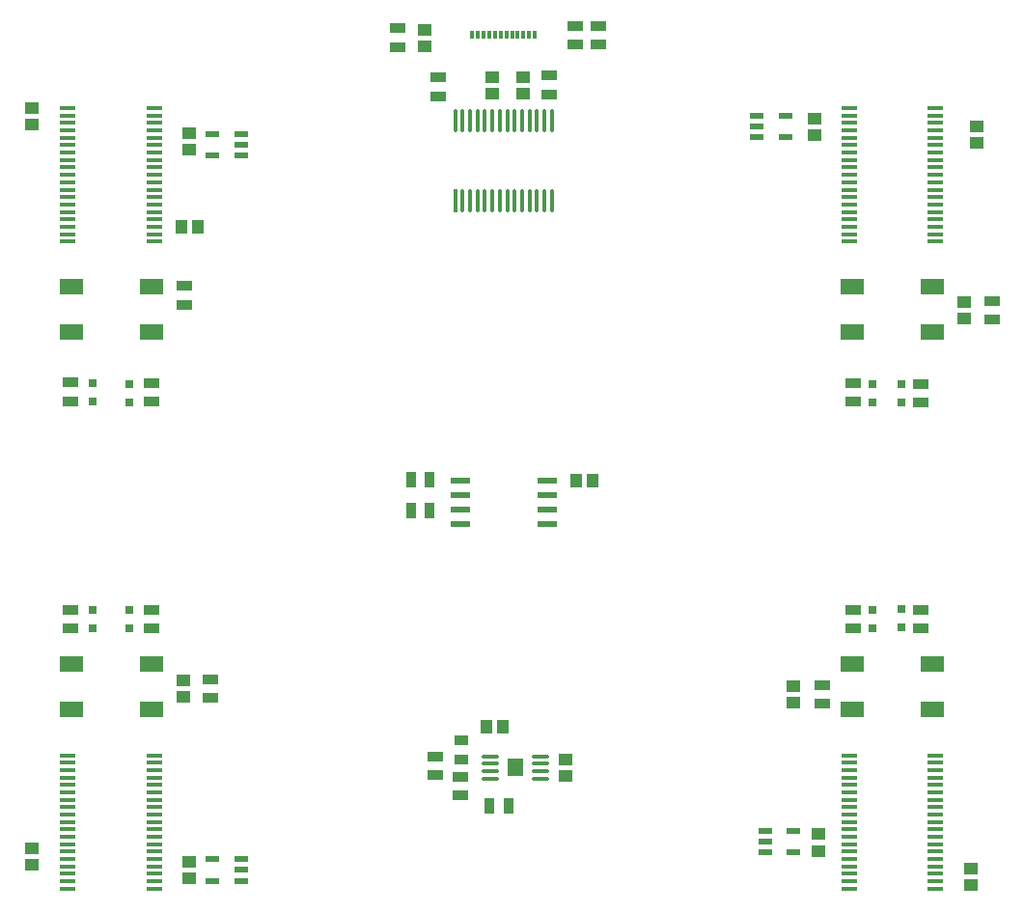
<source format=gbr>
G04*
G04 #@! TF.GenerationSoftware,Altium Limited,Altium Designer,25.8.1 (18)*
G04*
G04 Layer_Color=8421504*
%FSLAX44Y44*%
%MOMM*%
G71*
G04*
G04 #@! TF.SameCoordinates,C16DD730-3532-4E92-A171-7A7C9FC4E97E*
G04*
G04*
G04 #@! TF.FilePolarity,Positive*
G04*
G01*
G75*
%ADD20R,1.3500X1.6500*%
%ADD21R,1.3500X0.8500*%
%ADD22R,0.8000X0.8000*%
%ADD23R,1.4750X0.4500*%
%ADD24R,1.3082X1.0057*%
%ADD25R,1.2000X0.6000*%
%ADD26R,2.0000X1.4000*%
%ADD27R,0.3200X0.7000*%
G04:AMPARAMS|DCode=28|XSize=2mm|YSize=0.4mm|CornerRadius=0.2mm|HoleSize=0mm|Usage=FLASHONLY|Rotation=90.000|XOffset=0mm|YOffset=0mm|HoleType=Round|Shape=RoundedRectangle|*
%AMROUNDEDRECTD28*
21,1,2.0000,0.0000,0,0,90.0*
21,1,1.6000,0.4000,0,0,90.0*
1,1,0.4000,0.0000,0.8000*
1,1,0.4000,0.0000,-0.8000*
1,1,0.4000,0.0000,-0.8000*
1,1,0.4000,0.0000,0.8000*
%
%ADD28ROUNDEDRECTD28*%
%ADD29R,1.0057X1.3082*%
G04:AMPARAMS|DCode=30|XSize=1.45mm|YSize=0.3mm|CornerRadius=0.0495mm|HoleSize=0mm|Usage=FLASHONLY|Rotation=0.000|XOffset=0mm|YOffset=0mm|HoleType=Round|Shape=RoundedRectangle|*
%AMROUNDEDRECTD30*
21,1,1.4500,0.2010,0,0,0.0*
21,1,1.3510,0.3000,0,0,0.0*
1,1,0.0990,0.6755,-0.1005*
1,1,0.0990,-0.6755,-0.1005*
1,1,0.0990,-0.6755,0.1005*
1,1,0.0990,0.6755,0.1005*
%
%ADD30ROUNDEDRECTD30*%
%ADD31R,1.7780X0.5334*%
%ADD32R,0.8500X1.3500*%
%ADD33R,0.4000X2.0000*%
%ADD34R,1.2000X0.9200*%
D20*
X586268Y273828D02*
D03*
D21*
X942000Y610250D02*
D03*
Y593750D02*
D03*
X942000Y395750D02*
D03*
Y412250D02*
D03*
X883000Y395750D02*
D03*
Y412250D02*
D03*
X856000Y346250D02*
D03*
X659000Y907750D02*
D03*
X639000Y907750D02*
D03*
X483000Y905750D02*
D03*
X538146Y249418D02*
D03*
X518922Y862763D02*
D03*
Y879263D02*
D03*
X615696Y864494D02*
D03*
Y880994D02*
D03*
X515794Y283444D02*
D03*
X538146Y265918D02*
D03*
X515794Y266944D02*
D03*
X883000Y594490D02*
D03*
Y610990D02*
D03*
X1005000Y683250D02*
D03*
Y666750D02*
D03*
X659000Y924250D02*
D03*
X483000Y922250D02*
D03*
X639000Y924250D02*
D03*
X856000Y329750D02*
D03*
X296418Y696080D02*
D03*
Y679580D02*
D03*
X196340Y611500D02*
D03*
Y595000D02*
D03*
X266950Y610990D02*
D03*
Y594490D02*
D03*
X266950Y412250D02*
D03*
Y395750D02*
D03*
X196340Y412250D02*
D03*
Y395750D02*
D03*
X319000Y351250D02*
D03*
Y334750D02*
D03*
D22*
X925000Y412750D02*
D03*
Y396750D02*
D03*
X900000Y412000D02*
D03*
X925000Y610000D02*
D03*
X900000D02*
D03*
X900000Y396000D02*
D03*
X247650Y609980D02*
D03*
X215650Y610996D02*
D03*
X215650Y396000D02*
D03*
X247650D02*
D03*
X925000Y594000D02*
D03*
X900000D02*
D03*
X215650Y412000D02*
D03*
X247650Y593980D02*
D03*
X215650Y594996D02*
D03*
X247650Y412000D02*
D03*
D23*
X879340Y193500D02*
D03*
X955100Y187000D02*
D03*
X955100Y852220D02*
D03*
X879340Y839220D02*
D03*
X955100Y819720D02*
D03*
X879340Y200000D02*
D03*
X955100Y180500D02*
D03*
X879340Y167500D02*
D03*
X269690Y852220D02*
D03*
X193930Y839220D02*
D03*
X269690Y819720D02*
D03*
X269690Y180500D02*
D03*
X193930Y200000D02*
D03*
Y167500D02*
D03*
X879340Y741720D02*
D03*
Y748220D02*
D03*
Y754720D02*
D03*
Y761220D02*
D03*
Y767720D02*
D03*
Y774220D02*
D03*
Y787220D02*
D03*
Y793720D02*
D03*
Y800220D02*
D03*
Y806720D02*
D03*
Y813220D02*
D03*
Y819720D02*
D03*
Y826220D02*
D03*
Y845720D02*
D03*
Y852220D02*
D03*
X955100Y754720D02*
D03*
Y774220D02*
D03*
Y793720D02*
D03*
Y839220D02*
D03*
Y806720D02*
D03*
Y767720D02*
D03*
Y787220D02*
D03*
Y800220D02*
D03*
Y832720D02*
D03*
Y761220D02*
D03*
Y780720D02*
D03*
Y813220D02*
D03*
Y845720D02*
D03*
Y741720D02*
D03*
Y748220D02*
D03*
X879340Y832720D02*
D03*
X955100Y826220D02*
D03*
Y735220D02*
D03*
X879340Y780720D02*
D03*
Y735220D02*
D03*
X879340Y174000D02*
D03*
Y180500D02*
D03*
Y187000D02*
D03*
Y206500D02*
D03*
Y213000D02*
D03*
Y219500D02*
D03*
Y226000D02*
D03*
Y232500D02*
D03*
Y239000D02*
D03*
Y245500D02*
D03*
Y252000D02*
D03*
Y258500D02*
D03*
Y265000D02*
D03*
Y271500D02*
D03*
Y278000D02*
D03*
Y284500D02*
D03*
X955100D02*
D03*
Y278000D02*
D03*
Y271500D02*
D03*
Y265000D02*
D03*
Y258500D02*
D03*
Y252000D02*
D03*
Y245500D02*
D03*
Y239000D02*
D03*
Y232500D02*
D03*
Y226000D02*
D03*
Y219500D02*
D03*
Y213000D02*
D03*
Y206500D02*
D03*
Y200000D02*
D03*
Y193500D02*
D03*
Y174000D02*
D03*
Y167500D02*
D03*
X193930Y219500D02*
D03*
Y258500D02*
D03*
Y180500D02*
D03*
Y226000D02*
D03*
Y245500D02*
D03*
Y252000D02*
D03*
Y213000D02*
D03*
X269690Y271500D02*
D03*
X193930Y174000D02*
D03*
Y206500D02*
D03*
X269690Y284500D02*
D03*
X193930Y239000D02*
D03*
Y265000D02*
D03*
X269690Y278000D02*
D03*
X193930Y187000D02*
D03*
Y232500D02*
D03*
Y284500D02*
D03*
X193930Y852220D02*
D03*
Y845720D02*
D03*
Y832720D02*
D03*
Y826220D02*
D03*
Y819720D02*
D03*
Y813220D02*
D03*
Y806720D02*
D03*
Y800220D02*
D03*
Y793720D02*
D03*
Y787220D02*
D03*
Y774220D02*
D03*
Y767720D02*
D03*
Y761220D02*
D03*
Y754720D02*
D03*
Y748220D02*
D03*
Y741720D02*
D03*
X269690D02*
D03*
Y748220D02*
D03*
Y754720D02*
D03*
Y761220D02*
D03*
Y767720D02*
D03*
Y774220D02*
D03*
Y780720D02*
D03*
Y787220D02*
D03*
Y793720D02*
D03*
Y800220D02*
D03*
Y806720D02*
D03*
Y813220D02*
D03*
Y826220D02*
D03*
Y832720D02*
D03*
Y839220D02*
D03*
Y845720D02*
D03*
X193930Y735220D02*
D03*
Y780720D02*
D03*
X269690Y735220D02*
D03*
X193930Y193500D02*
D03*
Y271500D02*
D03*
Y278000D02*
D03*
X269690Y265000D02*
D03*
Y258500D02*
D03*
Y252000D02*
D03*
Y245500D02*
D03*
Y239000D02*
D03*
Y232500D02*
D03*
Y226000D02*
D03*
Y219500D02*
D03*
Y213000D02*
D03*
Y206500D02*
D03*
Y200000D02*
D03*
Y193500D02*
D03*
Y187000D02*
D03*
Y174000D02*
D03*
Y167500D02*
D03*
D24*
X985810Y185447D02*
D03*
X852000Y200738D02*
D03*
X849000Y843262D02*
D03*
X991000Y821738D02*
D03*
X980000Y667738D02*
D03*
X593000Y879262D02*
D03*
X985810Y170922D02*
D03*
X830000Y345262D02*
D03*
X630856Y280679D02*
D03*
X852000Y215262D02*
D03*
X566000Y879263D02*
D03*
X507000Y906737D02*
D03*
X162560Y852574D02*
D03*
X299970Y815698D02*
D03*
X295000Y350263D02*
D03*
X299970Y176782D02*
D03*
X162250Y202762D02*
D03*
X566000Y864737D02*
D03*
X593000Y864738D02*
D03*
X630856Y266154D02*
D03*
X980000Y682262D02*
D03*
X849000Y828738D02*
D03*
X991000Y836262D02*
D03*
X507000Y921263D02*
D03*
X830000Y330738D02*
D03*
X162560Y838050D02*
D03*
X299970Y830222D02*
D03*
X299970Y191306D02*
D03*
X162250Y188237D02*
D03*
X295000Y335737D02*
D03*
D25*
X830500Y218500D02*
D03*
X798500Y836000D02*
D03*
X805500Y209000D02*
D03*
X345750Y820166D02*
D03*
X345750Y184000D02*
D03*
X823500Y826500D02*
D03*
X798500D02*
D03*
Y845500D02*
D03*
X823500D02*
D03*
X830500Y199500D02*
D03*
X805500D02*
D03*
Y218500D02*
D03*
X345750Y810666D02*
D03*
Y829666D02*
D03*
X320750D02*
D03*
Y810666D02*
D03*
X320750Y174500D02*
D03*
Y193500D02*
D03*
X345750D02*
D03*
Y174500D02*
D03*
D26*
X882220Y655870D02*
D03*
X952220D02*
D03*
Y365000D02*
D03*
X882220D02*
D03*
X266810Y655870D02*
D03*
X196810D02*
D03*
X266810Y365000D02*
D03*
X196810D02*
D03*
X882220Y695870D02*
D03*
X952220D02*
D03*
Y325000D02*
D03*
X882220D02*
D03*
X266810Y695870D02*
D03*
X196810D02*
D03*
X266810Y325000D02*
D03*
X196810D02*
D03*
D27*
X603500Y916900D02*
D03*
X548500D02*
D03*
X563500D02*
D03*
X588500D02*
D03*
X573500D02*
D03*
X578500D02*
D03*
X598500D02*
D03*
X593500D02*
D03*
X583500D02*
D03*
X568500D02*
D03*
X558500D02*
D03*
X553500D02*
D03*
D28*
X598750Y841000D02*
D03*
X579250D02*
D03*
X553250D02*
D03*
X546750D02*
D03*
X572750Y771000D02*
D03*
X533750Y841000D02*
D03*
X540250D02*
D03*
X559750D02*
D03*
X566250D02*
D03*
X572750D02*
D03*
X585750D02*
D03*
X592250D02*
D03*
X605250D02*
D03*
X611750D02*
D03*
X618250D02*
D03*
Y771000D02*
D03*
X611750D02*
D03*
X605250D02*
D03*
X598750D02*
D03*
X592250D02*
D03*
X585750D02*
D03*
X579250D02*
D03*
X566250D02*
D03*
X559750D02*
D03*
X553250D02*
D03*
X546750D02*
D03*
X540250D02*
D03*
D29*
X654165Y525500D02*
D03*
X307744Y748538D02*
D03*
X575127Y309484D02*
D03*
X560602D02*
D03*
X639641Y525500D02*
D03*
X293220Y748538D02*
D03*
D30*
X608250Y283576D02*
D03*
Y270576D02*
D03*
Y264076D02*
D03*
X564250Y283576D02*
D03*
Y277076D02*
D03*
Y270576D02*
D03*
Y264076D02*
D03*
X608250Y277076D02*
D03*
D31*
X538027Y487400D02*
D03*
Y512800D02*
D03*
Y525500D02*
D03*
X613973D02*
D03*
Y512800D02*
D03*
Y500100D02*
D03*
Y487400D02*
D03*
X538027Y500100D02*
D03*
D32*
X580178Y240142D02*
D03*
X563678D02*
D03*
X511170Y526542D02*
D03*
X494670D02*
D03*
X511170Y499364D02*
D03*
X494670D02*
D03*
D33*
X533750Y771000D02*
D03*
D34*
X538654Y281068D02*
D03*
Y297768D02*
D03*
M02*

</source>
